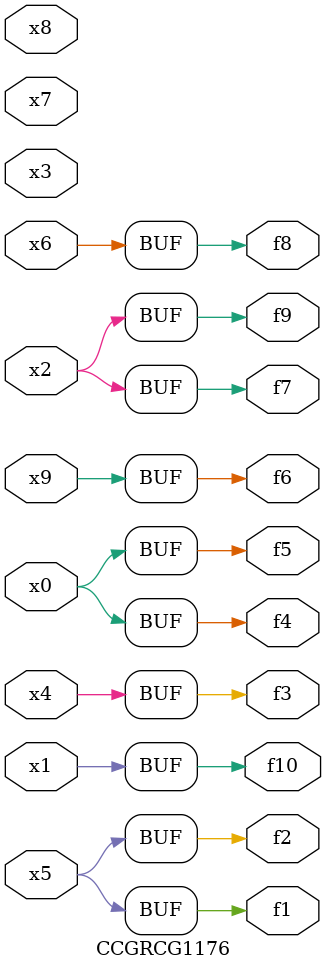
<source format=v>
module CCGRCG1176(
	input x0, x1, x2, x3, x4, x5, x6, x7, x8, x9,
	output f1, f2, f3, f4, f5, f6, f7, f8, f9, f10
);
	assign f1 = x5;
	assign f2 = x5;
	assign f3 = x4;
	assign f4 = x0;
	assign f5 = x0;
	assign f6 = x9;
	assign f7 = x2;
	assign f8 = x6;
	assign f9 = x2;
	assign f10 = x1;
endmodule

</source>
